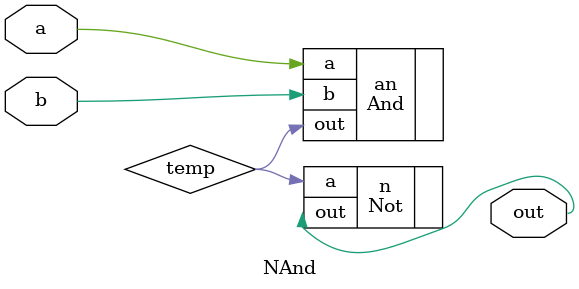
<source format=v>
module NAnd(input a , b , output out );
	wire temp;
	And an(.a(a) , .b(b) , .out(temp) );
	Not n(.a(temp) , .out(out));
endmodule

</source>
